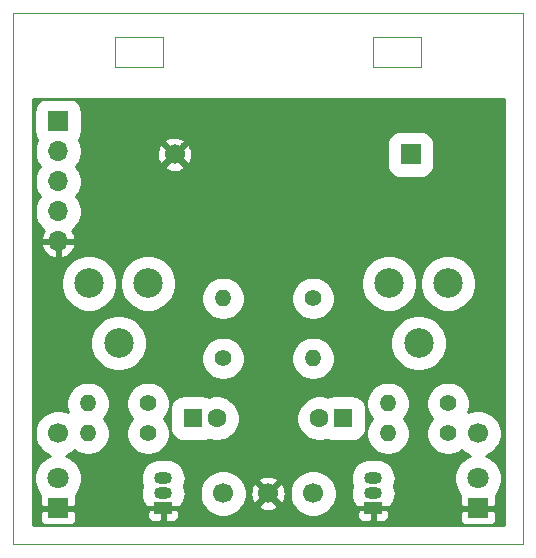
<source format=gbr>
G04 #@! TF.GenerationSoftware,KiCad,Pcbnew,(5.1.9)-1*
G04 #@! TF.CreationDate,2021-08-19T15:30:01-05:00*
G04 #@! TF.ProjectId,astable_dev,61737461-626c-4655-9f64-65762e6b6963,1*
G04 #@! TF.SameCoordinates,Original*
G04 #@! TF.FileFunction,Copper,L2,Bot*
G04 #@! TF.FilePolarity,Positive*
%FSLAX46Y46*%
G04 Gerber Fmt 4.6, Leading zero omitted, Abs format (unit mm)*
G04 Created by KiCad (PCBNEW (5.1.9)-1) date 2021-08-19 15:30:01*
%MOMM*%
%LPD*%
G01*
G04 APERTURE LIST*
G04 #@! TA.AperFunction,Profile*
%ADD10C,0.050000*%
G04 #@! TD*
G04 #@! TA.AperFunction,ComponentPad*
%ADD11R,1.700000X1.700000*%
G04 #@! TD*
G04 #@! TA.AperFunction,ComponentPad*
%ADD12C,1.700000*%
G04 #@! TD*
G04 #@! TA.AperFunction,ComponentPad*
%ADD13R,1.600000X1.600000*%
G04 #@! TD*
G04 #@! TA.AperFunction,ComponentPad*
%ADD14C,1.600000*%
G04 #@! TD*
G04 #@! TA.AperFunction,ComponentPad*
%ADD15C,1.800000*%
G04 #@! TD*
G04 #@! TA.AperFunction,ComponentPad*
%ADD16R,1.800000X1.800000*%
G04 #@! TD*
G04 #@! TA.AperFunction,ComponentPad*
%ADD17O,1.500000X1.050000*%
G04 #@! TD*
G04 #@! TA.AperFunction,ComponentPad*
%ADD18R,1.500000X1.050000*%
G04 #@! TD*
G04 #@! TA.AperFunction,ComponentPad*
%ADD19O,1.400000X1.400000*%
G04 #@! TD*
G04 #@! TA.AperFunction,ComponentPad*
%ADD20C,1.400000*%
G04 #@! TD*
G04 #@! TA.AperFunction,ComponentPad*
%ADD21C,2.500000*%
G04 #@! TD*
G04 #@! TA.AperFunction,ComponentPad*
%ADD22O,1.700000X1.700000*%
G04 #@! TD*
G04 #@! TA.AperFunction,Conductor*
%ADD23C,0.250000*%
G04 #@! TD*
G04 #@! TA.AperFunction,Conductor*
%ADD24C,0.400000*%
G04 #@! TD*
G04 #@! TA.AperFunction,Conductor*
%ADD25C,0.254000*%
G04 #@! TD*
G04 #@! TA.AperFunction,Conductor*
%ADD26C,0.100000*%
G04 #@! TD*
G04 APERTURE END LIST*
D10*
X120396000Y-75692000D02*
X124460000Y-75692000D01*
X120396000Y-73152000D02*
X120396000Y-75692000D01*
X124460000Y-75692000D02*
X124460000Y-73152000D01*
X124460000Y-73152000D02*
X120396000Y-73152000D01*
X146304000Y-75692000D02*
X146304000Y-73152000D01*
X142240000Y-75692000D02*
X146304000Y-75692000D01*
X142240000Y-73152000D02*
X142240000Y-75692000D01*
X146304000Y-73152000D02*
X142240000Y-73152000D01*
X111760000Y-116078000D02*
X154940000Y-116078000D01*
X111760000Y-71120000D02*
X111760000Y-116078000D01*
X154940000Y-71120000D02*
X111760000Y-71120000D01*
X154940000Y-116078000D02*
X154940000Y-71120000D01*
D11*
G04 #@! TO.P,BT1,1*
G04 #@! TO.N,Net-(BT1-Pad1)*
X145428000Y-83058000D03*
D12*
G04 #@! TO.P,BT1,2*
G04 #@! TO.N,GND*
X125428000Y-83058000D03*
G04 #@! TD*
D13*
G04 #@! TO.P,C1,1*
G04 #@! TO.N,Net-(C1-Pad1)*
X139700000Y-105410000D03*
D14*
G04 #@! TO.P,C1,2*
G04 #@! TO.N,TP4*
X137700000Y-105410000D03*
G04 #@! TD*
G04 #@! TO.P,C2,2*
G04 #@! TO.N,TP3*
X129000000Y-105410000D03*
D13*
G04 #@! TO.P,C2,1*
G04 #@! TO.N,Net-(C2-Pad1)*
X127000000Y-105410000D03*
G04 #@! TD*
D15*
G04 #@! TO.P,D1,2*
G04 #@! TO.N,TP1*
X151130000Y-110490000D03*
D16*
G04 #@! TO.P,D1,1*
G04 #@! TO.N,GND*
X151130000Y-113030000D03*
G04 #@! TD*
G04 #@! TO.P,D2,1*
G04 #@! TO.N,GND*
X115570000Y-113030000D03*
D15*
G04 #@! TO.P,D2,2*
G04 #@! TO.N,TP2*
X115570000Y-110490000D03*
G04 #@! TD*
D17*
G04 #@! TO.P,Q1,2*
G04 #@! TO.N,TP3*
X142240000Y-111760000D03*
G04 #@! TO.P,Q1,3*
G04 #@! TO.N,Net-(C1-Pad1)*
X142240000Y-110490000D03*
D18*
G04 #@! TO.P,Q1,1*
G04 #@! TO.N,GND*
X142240000Y-113030000D03*
G04 #@! TD*
G04 #@! TO.P,Q2,1*
G04 #@! TO.N,GND*
X124460000Y-113030000D03*
D17*
G04 #@! TO.P,Q2,3*
G04 #@! TO.N,Net-(C2-Pad1)*
X124460000Y-110490000D03*
G04 #@! TO.P,Q2,2*
G04 #@! TO.N,TP4*
X124460000Y-111760000D03*
G04 #@! TD*
D19*
G04 #@! TO.P,R1,2*
G04 #@! TO.N,TP4*
X137160000Y-100330000D03*
D20*
G04 #@! TO.P,R1,1*
G04 #@! TO.N,Net-(R1-Pad1)*
X137160000Y-95250000D03*
G04 #@! TD*
G04 #@! TO.P,R2,1*
G04 #@! TO.N,TP3*
X129540000Y-100330000D03*
D19*
G04 #@! TO.P,R2,2*
G04 #@! TO.N,Net-(R2-Pad2)*
X129540000Y-95250000D03*
G04 #@! TD*
D20*
G04 #@! TO.P,R3,1*
G04 #@! TO.N,Net-(BT1-Pad1)*
X148590000Y-104140000D03*
D19*
G04 #@! TO.P,R3,2*
G04 #@! TO.N,Net-(C1-Pad1)*
X143510000Y-104140000D03*
G04 #@! TD*
G04 #@! TO.P,R4,2*
G04 #@! TO.N,Net-(BT1-Pad1)*
X118110000Y-104140000D03*
D20*
G04 #@! TO.P,R4,1*
G04 #@! TO.N,Net-(C2-Pad1)*
X123190000Y-104140000D03*
G04 #@! TD*
G04 #@! TO.P,R5,1*
G04 #@! TO.N,TP1*
X148590000Y-106680000D03*
D19*
G04 #@! TO.P,R5,2*
G04 #@! TO.N,Net-(C1-Pad1)*
X143510000Y-106680000D03*
G04 #@! TD*
G04 #@! TO.P,R6,2*
G04 #@! TO.N,TP2*
X118110000Y-106680000D03*
D20*
G04 #@! TO.P,R6,1*
G04 #@! TO.N,Net-(C2-Pad1)*
X123190000Y-106680000D03*
G04 #@! TD*
D21*
G04 #@! TO.P,RV1,1*
G04 #@! TO.N,Net-(RV1-Pad1)*
X148590000Y-93980000D03*
G04 #@! TO.P,RV1,3*
G04 #@! TO.N,Net-(BT1-Pad1)*
X143590000Y-93980000D03*
G04 #@! TO.P,RV1,2*
G04 #@! TO.N,Net-(R1-Pad1)*
X146090000Y-99020000D03*
G04 #@! TD*
G04 #@! TO.P,RV2,2*
G04 #@! TO.N,Net-(R2-Pad2)*
X120690000Y-99020000D03*
G04 #@! TO.P,RV2,3*
G04 #@! TO.N,Net-(BT1-Pad1)*
X118190000Y-93980000D03*
G04 #@! TO.P,RV2,1*
G04 #@! TO.N,Net-(RV2-Pad1)*
X123190000Y-93980000D03*
G04 #@! TD*
D12*
G04 #@! TO.P,TP1,1*
G04 #@! TO.N,TP1*
X151130000Y-106680000D03*
G04 #@! TD*
G04 #@! TO.P,TP2,1*
G04 #@! TO.N,TP2*
X115570000Y-106680000D03*
G04 #@! TD*
G04 #@! TO.P,TP3,1*
G04 #@! TO.N,TP3*
X137160000Y-111760000D03*
G04 #@! TD*
G04 #@! TO.P,TP4,1*
G04 #@! TO.N,TP4*
X129540000Y-111760000D03*
G04 #@! TD*
G04 #@! TO.P,GND,1*
G04 #@! TO.N,GND*
X133350000Y-111760000D03*
G04 #@! TD*
D22*
G04 #@! TO.P,TPJ1,5*
G04 #@! TO.N,GND*
X115570000Y-90424000D03*
G04 #@! TO.P,TPJ1,4*
G04 #@! TO.N,TP4*
X115570000Y-87884000D03*
G04 #@! TO.P,TPJ1,3*
G04 #@! TO.N,TP3*
X115570000Y-85344000D03*
G04 #@! TO.P,TPJ1,2*
G04 #@! TO.N,TP2*
X115570000Y-82804000D03*
D11*
G04 #@! TO.P,TPJ1,1*
G04 #@! TO.N,TP1*
X115570000Y-80264000D03*
G04 #@! TD*
D23*
G04 #@! TO.N,GND*
X113538000Y-114427000D02*
X117856000Y-114427000D01*
X153035000Y-114427000D02*
X149225000Y-114427000D01*
X113919000Y-78359000D02*
X117221000Y-78359000D01*
D24*
X124460000Y-113030000D02*
X122682000Y-113030000D01*
X124460000Y-113030000D02*
X125984000Y-113030000D01*
X142240000Y-113030000D02*
X140462000Y-113030000D01*
X142240000Y-113030000D02*
X144018000Y-113030000D01*
G04 #@! TD*
D25*
G04 #@! TO.N,GND*
X114081911Y-78459032D02*
X113907867Y-78601867D01*
X113765032Y-78775911D01*
X113658897Y-78974477D01*
X113593539Y-79189933D01*
X113571470Y-79414000D01*
X113571470Y-81114000D01*
X113593539Y-81338067D01*
X113658897Y-81553523D01*
X113765032Y-81752089D01*
X113826147Y-81826557D01*
X113803827Y-81859961D01*
X113653590Y-82222663D01*
X113577000Y-82607707D01*
X113577000Y-83000293D01*
X113653590Y-83385337D01*
X113803827Y-83748039D01*
X114021627Y-84074000D01*
X113803827Y-84399961D01*
X113653590Y-84762663D01*
X113577000Y-85147707D01*
X113577000Y-85540293D01*
X113653590Y-85925337D01*
X113803827Y-86288039D01*
X114021627Y-86614000D01*
X113803827Y-86939961D01*
X113653590Y-87302663D01*
X113577000Y-87687707D01*
X113577000Y-88080293D01*
X113653590Y-88465337D01*
X113803827Y-88828039D01*
X114021936Y-89154463D01*
X114299537Y-89432064D01*
X114410763Y-89506383D01*
X114298359Y-89657080D01*
X114173175Y-89919901D01*
X114128524Y-90067110D01*
X114249845Y-90297000D01*
X115443000Y-90297000D01*
X115443000Y-90277000D01*
X115697000Y-90277000D01*
X115697000Y-90297000D01*
X116890155Y-90297000D01*
X117011476Y-90067110D01*
X116966825Y-89919901D01*
X116841641Y-89657080D01*
X116729237Y-89506383D01*
X116840463Y-89432064D01*
X117118064Y-89154463D01*
X117336173Y-88828039D01*
X117486410Y-88465337D01*
X117563000Y-88080293D01*
X117563000Y-87687707D01*
X117486410Y-87302663D01*
X117336173Y-86939961D01*
X117118373Y-86614000D01*
X117336173Y-86288039D01*
X117486410Y-85925337D01*
X117563000Y-85540293D01*
X117563000Y-85147707D01*
X117486410Y-84762663D01*
X117336173Y-84399961D01*
X117126657Y-84086397D01*
X124579208Y-84086397D01*
X124656843Y-84335472D01*
X124920883Y-84461371D01*
X125204411Y-84533339D01*
X125496531Y-84548611D01*
X125786019Y-84506599D01*
X126061747Y-84408919D01*
X126199157Y-84335472D01*
X126276792Y-84086397D01*
X125428000Y-83237605D01*
X124579208Y-84086397D01*
X117126657Y-84086397D01*
X117118373Y-84074000D01*
X117336173Y-83748039D01*
X117486410Y-83385337D01*
X117537889Y-83126531D01*
X123937389Y-83126531D01*
X123979401Y-83416019D01*
X124077081Y-83691747D01*
X124150528Y-83829157D01*
X124399603Y-83906792D01*
X125248395Y-83058000D01*
X125607605Y-83058000D01*
X126456397Y-83906792D01*
X126705472Y-83829157D01*
X126831371Y-83565117D01*
X126903339Y-83281589D01*
X126918611Y-82989469D01*
X126876599Y-82699981D01*
X126778919Y-82424253D01*
X126705472Y-82286843D01*
X126456397Y-82209208D01*
X125607605Y-83058000D01*
X125248395Y-83058000D01*
X124399603Y-82209208D01*
X124150528Y-82286843D01*
X124024629Y-82550883D01*
X123952661Y-82834411D01*
X123937389Y-83126531D01*
X117537889Y-83126531D01*
X117563000Y-83000293D01*
X117563000Y-82607707D01*
X117486410Y-82222663D01*
X117406442Y-82029603D01*
X124579208Y-82029603D01*
X125428000Y-82878395D01*
X126098395Y-82208000D01*
X143429470Y-82208000D01*
X143429470Y-83908000D01*
X143451539Y-84132067D01*
X143516897Y-84347523D01*
X143623032Y-84546089D01*
X143765867Y-84720133D01*
X143939911Y-84862968D01*
X144138477Y-84969103D01*
X144353933Y-85034461D01*
X144578000Y-85056530D01*
X146278000Y-85056530D01*
X146502067Y-85034461D01*
X146717523Y-84969103D01*
X146916089Y-84862968D01*
X147090133Y-84720133D01*
X147232968Y-84546089D01*
X147339103Y-84347523D01*
X147404461Y-84132067D01*
X147426530Y-83908000D01*
X147426530Y-82208000D01*
X147404461Y-81983933D01*
X147339103Y-81768477D01*
X147232968Y-81569911D01*
X147090133Y-81395867D01*
X146916089Y-81253032D01*
X146717523Y-81146897D01*
X146502067Y-81081539D01*
X146278000Y-81059470D01*
X144578000Y-81059470D01*
X144353933Y-81081539D01*
X144138477Y-81146897D01*
X143939911Y-81253032D01*
X143765867Y-81395867D01*
X143623032Y-81569911D01*
X143516897Y-81768477D01*
X143451539Y-81983933D01*
X143429470Y-82208000D01*
X126098395Y-82208000D01*
X126276792Y-82029603D01*
X126199157Y-81780528D01*
X125935117Y-81654629D01*
X125651589Y-81582661D01*
X125359469Y-81567389D01*
X125069981Y-81609401D01*
X124794253Y-81707081D01*
X124656843Y-81780528D01*
X124579208Y-82029603D01*
X117406442Y-82029603D01*
X117336173Y-81859961D01*
X117313853Y-81826557D01*
X117374968Y-81752089D01*
X117481103Y-81553523D01*
X117546461Y-81338067D01*
X117568530Y-81114000D01*
X117568530Y-79414000D01*
X117546461Y-79189933D01*
X117481103Y-78974477D01*
X117374968Y-78775911D01*
X117232133Y-78601867D01*
X117058089Y-78459032D01*
X116870941Y-78359000D01*
X153289000Y-78359000D01*
X153289000Y-114427000D01*
X152425359Y-114427000D01*
X152481185Y-114381185D01*
X152560537Y-114284494D01*
X152619502Y-114174180D01*
X152655812Y-114054482D01*
X152668072Y-113930000D01*
X152665000Y-113315750D01*
X152506250Y-113157000D01*
X151257000Y-113157000D01*
X151257000Y-113177000D01*
X151003000Y-113177000D01*
X151003000Y-113157000D01*
X149753750Y-113157000D01*
X149595000Y-113315750D01*
X149591928Y-113930000D01*
X149604188Y-114054482D01*
X149640498Y-114174180D01*
X149699463Y-114284494D01*
X149778815Y-114381185D01*
X149834641Y-114427000D01*
X116865359Y-114427000D01*
X116921185Y-114381185D01*
X117000537Y-114284494D01*
X117059502Y-114174180D01*
X117095812Y-114054482D01*
X117108072Y-113930000D01*
X117105000Y-113315750D01*
X116946250Y-113157000D01*
X115697000Y-113157000D01*
X115697000Y-113177000D01*
X115443000Y-113177000D01*
X115443000Y-113157000D01*
X114193750Y-113157000D01*
X114035000Y-113315750D01*
X114031928Y-113930000D01*
X114044188Y-114054482D01*
X114080498Y-114174180D01*
X114139463Y-114284494D01*
X114218815Y-114381185D01*
X114274641Y-114427000D01*
X113411000Y-114427000D01*
X113411000Y-110288782D01*
X113527000Y-110288782D01*
X113527000Y-110691218D01*
X113605512Y-111085921D01*
X113759517Y-111457723D01*
X113983098Y-111792336D01*
X114079587Y-111888825D01*
X114044188Y-112005518D01*
X114031928Y-112130000D01*
X114035000Y-112744250D01*
X114193750Y-112903000D01*
X115443000Y-112903000D01*
X115443000Y-112883000D01*
X115697000Y-112883000D01*
X115697000Y-112903000D01*
X116946250Y-112903000D01*
X117105000Y-112744250D01*
X117108072Y-112130000D01*
X117095812Y-112005518D01*
X117060413Y-111888825D01*
X117156902Y-111792336D01*
X117380483Y-111457723D01*
X117534488Y-111085921D01*
X117613000Y-110691218D01*
X117613000Y-110490000D01*
X122558930Y-110490000D01*
X122591135Y-110816985D01*
X122684570Y-111125000D01*
X122591135Y-111433015D01*
X122558930Y-111760000D01*
X122591135Y-112086985D01*
X122686513Y-112401404D01*
X122841399Y-112691175D01*
X123049840Y-112945160D01*
X123303825Y-113153601D01*
X123310184Y-113157000D01*
X123233750Y-113157000D01*
X123075000Y-113315750D01*
X123071928Y-113555000D01*
X123084188Y-113679482D01*
X123120498Y-113799180D01*
X123179463Y-113909494D01*
X123258815Y-114006185D01*
X123355506Y-114085537D01*
X123465820Y-114144502D01*
X123585518Y-114180812D01*
X123710000Y-114193072D01*
X124174250Y-114190000D01*
X124333000Y-114031250D01*
X124333000Y-113428000D01*
X124587000Y-113428000D01*
X124587000Y-114031250D01*
X124745750Y-114190000D01*
X125210000Y-114193072D01*
X125334482Y-114180812D01*
X125454180Y-114144502D01*
X125564494Y-114085537D01*
X125661185Y-114006185D01*
X125740537Y-113909494D01*
X125799502Y-113799180D01*
X125835812Y-113679482D01*
X125848072Y-113555000D01*
X125845000Y-113315750D01*
X125686250Y-113157000D01*
X125609816Y-113157000D01*
X125616175Y-113153601D01*
X125870160Y-112945160D01*
X126078601Y-112691175D01*
X126233487Y-112401404D01*
X126328865Y-112086985D01*
X126361070Y-111760000D01*
X126341737Y-111563707D01*
X127547000Y-111563707D01*
X127547000Y-111956293D01*
X127623590Y-112341337D01*
X127773827Y-112704039D01*
X127991936Y-113030463D01*
X128269537Y-113308064D01*
X128595961Y-113526173D01*
X128958663Y-113676410D01*
X129343707Y-113753000D01*
X129736293Y-113753000D01*
X130121337Y-113676410D01*
X130484039Y-113526173D01*
X130810463Y-113308064D01*
X131088064Y-113030463D01*
X131249806Y-112788397D01*
X132501208Y-112788397D01*
X132578843Y-113037472D01*
X132842883Y-113163371D01*
X133126411Y-113235339D01*
X133418531Y-113250611D01*
X133708019Y-113208599D01*
X133983747Y-113110919D01*
X134121157Y-113037472D01*
X134198792Y-112788397D01*
X133350000Y-111939605D01*
X132501208Y-112788397D01*
X131249806Y-112788397D01*
X131306173Y-112704039D01*
X131456410Y-112341337D01*
X131533000Y-111956293D01*
X131533000Y-111828531D01*
X131859389Y-111828531D01*
X131901401Y-112118019D01*
X131999081Y-112393747D01*
X132072528Y-112531157D01*
X132321603Y-112608792D01*
X133170395Y-111760000D01*
X133529605Y-111760000D01*
X134378397Y-112608792D01*
X134627472Y-112531157D01*
X134753371Y-112267117D01*
X134825339Y-111983589D01*
X134840611Y-111691469D01*
X134822070Y-111563707D01*
X135167000Y-111563707D01*
X135167000Y-111956293D01*
X135243590Y-112341337D01*
X135393827Y-112704039D01*
X135611936Y-113030463D01*
X135889537Y-113308064D01*
X136215961Y-113526173D01*
X136578663Y-113676410D01*
X136963707Y-113753000D01*
X137356293Y-113753000D01*
X137741337Y-113676410D01*
X138104039Y-113526173D01*
X138430463Y-113308064D01*
X138708064Y-113030463D01*
X138926173Y-112704039D01*
X139076410Y-112341337D01*
X139153000Y-111956293D01*
X139153000Y-111563707D01*
X139076410Y-111178663D01*
X138926173Y-110815961D01*
X138708374Y-110490000D01*
X140338930Y-110490000D01*
X140371135Y-110816985D01*
X140464570Y-111125000D01*
X140371135Y-111433015D01*
X140338930Y-111760000D01*
X140371135Y-112086985D01*
X140466513Y-112401404D01*
X140621399Y-112691175D01*
X140829840Y-112945160D01*
X141083825Y-113153601D01*
X141090184Y-113157000D01*
X141013750Y-113157000D01*
X140855000Y-113315750D01*
X140851928Y-113555000D01*
X140864188Y-113679482D01*
X140900498Y-113799180D01*
X140959463Y-113909494D01*
X141038815Y-114006185D01*
X141135506Y-114085537D01*
X141245820Y-114144502D01*
X141365518Y-114180812D01*
X141490000Y-114193072D01*
X141954250Y-114190000D01*
X142113000Y-114031250D01*
X142113000Y-113428000D01*
X142367000Y-113428000D01*
X142367000Y-114031250D01*
X142525750Y-114190000D01*
X142990000Y-114193072D01*
X143114482Y-114180812D01*
X143234180Y-114144502D01*
X143344494Y-114085537D01*
X143441185Y-114006185D01*
X143520537Y-113909494D01*
X143579502Y-113799180D01*
X143615812Y-113679482D01*
X143628072Y-113555000D01*
X143625000Y-113315750D01*
X143466250Y-113157000D01*
X143389816Y-113157000D01*
X143396175Y-113153601D01*
X143650160Y-112945160D01*
X143858601Y-112691175D01*
X144013487Y-112401404D01*
X144108865Y-112086985D01*
X144141070Y-111760000D01*
X144108865Y-111433015D01*
X144015430Y-111125000D01*
X144108865Y-110816985D01*
X144141070Y-110490000D01*
X144108865Y-110163015D01*
X144013487Y-109848596D01*
X143858601Y-109558825D01*
X143650160Y-109304840D01*
X143396175Y-109096399D01*
X143106404Y-108941513D01*
X142791985Y-108846135D01*
X142546937Y-108822000D01*
X141933063Y-108822000D01*
X141688015Y-108846135D01*
X141373596Y-108941513D01*
X141083825Y-109096399D01*
X140829840Y-109304840D01*
X140621399Y-109558825D01*
X140466513Y-109848596D01*
X140371135Y-110163015D01*
X140338930Y-110490000D01*
X138708374Y-110490000D01*
X138708064Y-110489537D01*
X138430463Y-110211936D01*
X138104039Y-109993827D01*
X137741337Y-109843590D01*
X137356293Y-109767000D01*
X136963707Y-109767000D01*
X136578663Y-109843590D01*
X136215961Y-109993827D01*
X135889537Y-110211936D01*
X135611936Y-110489537D01*
X135393827Y-110815961D01*
X135243590Y-111178663D01*
X135167000Y-111563707D01*
X134822070Y-111563707D01*
X134798599Y-111401981D01*
X134700919Y-111126253D01*
X134627472Y-110988843D01*
X134378397Y-110911208D01*
X133529605Y-111760000D01*
X133170395Y-111760000D01*
X132321603Y-110911208D01*
X132072528Y-110988843D01*
X131946629Y-111252883D01*
X131874661Y-111536411D01*
X131859389Y-111828531D01*
X131533000Y-111828531D01*
X131533000Y-111563707D01*
X131456410Y-111178663D01*
X131306173Y-110815961D01*
X131249807Y-110731603D01*
X132501208Y-110731603D01*
X133350000Y-111580395D01*
X134198792Y-110731603D01*
X134121157Y-110482528D01*
X133857117Y-110356629D01*
X133573589Y-110284661D01*
X133281469Y-110269389D01*
X132991981Y-110311401D01*
X132716253Y-110409081D01*
X132578843Y-110482528D01*
X132501208Y-110731603D01*
X131249807Y-110731603D01*
X131088064Y-110489537D01*
X130810463Y-110211936D01*
X130484039Y-109993827D01*
X130121337Y-109843590D01*
X129736293Y-109767000D01*
X129343707Y-109767000D01*
X128958663Y-109843590D01*
X128595961Y-109993827D01*
X128269537Y-110211936D01*
X127991936Y-110489537D01*
X127773827Y-110815961D01*
X127623590Y-111178663D01*
X127547000Y-111563707D01*
X126341737Y-111563707D01*
X126328865Y-111433015D01*
X126235430Y-111125000D01*
X126328865Y-110816985D01*
X126361070Y-110490000D01*
X126328865Y-110163015D01*
X126233487Y-109848596D01*
X126078601Y-109558825D01*
X125870160Y-109304840D01*
X125616175Y-109096399D01*
X125326404Y-108941513D01*
X125011985Y-108846135D01*
X124766937Y-108822000D01*
X124153063Y-108822000D01*
X123908015Y-108846135D01*
X123593596Y-108941513D01*
X123303825Y-109096399D01*
X123049840Y-109304840D01*
X122841399Y-109558825D01*
X122686513Y-109848596D01*
X122591135Y-110163015D01*
X122558930Y-110490000D01*
X117613000Y-110490000D01*
X117613000Y-110288782D01*
X117534488Y-109894079D01*
X117380483Y-109522277D01*
X117156902Y-109187664D01*
X116872336Y-108903098D01*
X116537723Y-108679517D01*
X116244210Y-108557940D01*
X116514039Y-108446173D01*
X116840463Y-108228064D01*
X116948236Y-108120291D01*
X117237012Y-108313245D01*
X117572417Y-108452174D01*
X117928480Y-108523000D01*
X118291520Y-108523000D01*
X118647583Y-108452174D01*
X118982988Y-108313245D01*
X119284844Y-108111551D01*
X119541551Y-107854844D01*
X119743245Y-107552988D01*
X119882174Y-107217583D01*
X119953000Y-106861520D01*
X119953000Y-106498480D01*
X119882174Y-106142417D01*
X119743245Y-105807012D01*
X119541551Y-105505156D01*
X119446395Y-105410000D01*
X119541551Y-105314844D01*
X119743245Y-105012988D01*
X119882174Y-104677583D01*
X119953000Y-104321520D01*
X119953000Y-103958480D01*
X121347000Y-103958480D01*
X121347000Y-104321520D01*
X121417826Y-104677583D01*
X121556755Y-105012988D01*
X121758449Y-105314844D01*
X121853605Y-105410000D01*
X121758449Y-105505156D01*
X121556755Y-105807012D01*
X121417826Y-106142417D01*
X121347000Y-106498480D01*
X121347000Y-106861520D01*
X121417826Y-107217583D01*
X121556755Y-107552988D01*
X121758449Y-107854844D01*
X122015156Y-108111551D01*
X122317012Y-108313245D01*
X122652417Y-108452174D01*
X123008480Y-108523000D01*
X123371520Y-108523000D01*
X123727583Y-108452174D01*
X124062988Y-108313245D01*
X124364844Y-108111551D01*
X124621551Y-107854844D01*
X124823245Y-107552988D01*
X124962174Y-107217583D01*
X125033000Y-106861520D01*
X125033000Y-106498480D01*
X124962174Y-106142417D01*
X124823245Y-105807012D01*
X124621551Y-105505156D01*
X124526395Y-105410000D01*
X124621551Y-105314844D01*
X124823245Y-105012988D01*
X124962174Y-104677583D01*
X124975617Y-104610000D01*
X125051470Y-104610000D01*
X125051470Y-106210000D01*
X125073539Y-106434067D01*
X125138897Y-106649523D01*
X125245032Y-106848089D01*
X125387867Y-107022133D01*
X125561911Y-107164968D01*
X125760477Y-107271103D01*
X125975933Y-107336461D01*
X126200000Y-107358530D01*
X127800000Y-107358530D01*
X128024067Y-107336461D01*
X128239523Y-107271103D01*
X128316485Y-107229966D01*
X128433248Y-107278331D01*
X128808631Y-107353000D01*
X129191369Y-107353000D01*
X129566752Y-107278331D01*
X129920355Y-107131864D01*
X130238590Y-106919226D01*
X130509226Y-106648590D01*
X130721864Y-106330355D01*
X130868331Y-105976752D01*
X130943000Y-105601369D01*
X130943000Y-105218631D01*
X135757000Y-105218631D01*
X135757000Y-105601369D01*
X135831669Y-105976752D01*
X135978136Y-106330355D01*
X136190774Y-106648590D01*
X136461410Y-106919226D01*
X136779645Y-107131864D01*
X137133248Y-107278331D01*
X137508631Y-107353000D01*
X137891369Y-107353000D01*
X138266752Y-107278331D01*
X138383515Y-107229966D01*
X138460477Y-107271103D01*
X138675933Y-107336461D01*
X138900000Y-107358530D01*
X140500000Y-107358530D01*
X140724067Y-107336461D01*
X140939523Y-107271103D01*
X141138089Y-107164968D01*
X141312133Y-107022133D01*
X141454968Y-106848089D01*
X141561103Y-106649523D01*
X141626461Y-106434067D01*
X141648530Y-106210000D01*
X141648530Y-104610000D01*
X141626461Y-104385933D01*
X141561103Y-104170477D01*
X141454968Y-103971911D01*
X141443946Y-103958480D01*
X141667000Y-103958480D01*
X141667000Y-104321520D01*
X141737826Y-104677583D01*
X141876755Y-105012988D01*
X142078449Y-105314844D01*
X142173605Y-105410000D01*
X142078449Y-105505156D01*
X141876755Y-105807012D01*
X141737826Y-106142417D01*
X141667000Y-106498480D01*
X141667000Y-106861520D01*
X141737826Y-107217583D01*
X141876755Y-107552988D01*
X142078449Y-107854844D01*
X142335156Y-108111551D01*
X142637012Y-108313245D01*
X142972417Y-108452174D01*
X143328480Y-108523000D01*
X143691520Y-108523000D01*
X144047583Y-108452174D01*
X144382988Y-108313245D01*
X144684844Y-108111551D01*
X144941551Y-107854844D01*
X145143245Y-107552988D01*
X145282174Y-107217583D01*
X145353000Y-106861520D01*
X145353000Y-106498480D01*
X145282174Y-106142417D01*
X145143245Y-105807012D01*
X144941551Y-105505156D01*
X144846395Y-105410000D01*
X144941551Y-105314844D01*
X145143245Y-105012988D01*
X145282174Y-104677583D01*
X145353000Y-104321520D01*
X145353000Y-103958480D01*
X146747000Y-103958480D01*
X146747000Y-104321520D01*
X146817826Y-104677583D01*
X146956755Y-105012988D01*
X147158449Y-105314844D01*
X147253605Y-105410000D01*
X147158449Y-105505156D01*
X146956755Y-105807012D01*
X146817826Y-106142417D01*
X146747000Y-106498480D01*
X146747000Y-106861520D01*
X146817826Y-107217583D01*
X146956755Y-107552988D01*
X147158449Y-107854844D01*
X147415156Y-108111551D01*
X147717012Y-108313245D01*
X148052417Y-108452174D01*
X148408480Y-108523000D01*
X148771520Y-108523000D01*
X149127583Y-108452174D01*
X149462988Y-108313245D01*
X149751764Y-108120291D01*
X149859537Y-108228064D01*
X150185961Y-108446173D01*
X150455790Y-108557940D01*
X150162277Y-108679517D01*
X149827664Y-108903098D01*
X149543098Y-109187664D01*
X149319517Y-109522277D01*
X149165512Y-109894079D01*
X149087000Y-110288782D01*
X149087000Y-110691218D01*
X149165512Y-111085921D01*
X149319517Y-111457723D01*
X149543098Y-111792336D01*
X149639587Y-111888825D01*
X149604188Y-112005518D01*
X149591928Y-112130000D01*
X149595000Y-112744250D01*
X149753750Y-112903000D01*
X151003000Y-112903000D01*
X151003000Y-112883000D01*
X151257000Y-112883000D01*
X151257000Y-112903000D01*
X152506250Y-112903000D01*
X152665000Y-112744250D01*
X152668072Y-112130000D01*
X152655812Y-112005518D01*
X152620413Y-111888825D01*
X152716902Y-111792336D01*
X152940483Y-111457723D01*
X153094488Y-111085921D01*
X153173000Y-110691218D01*
X153173000Y-110288782D01*
X153094488Y-109894079D01*
X152940483Y-109522277D01*
X152716902Y-109187664D01*
X152432336Y-108903098D01*
X152097723Y-108679517D01*
X151804210Y-108557940D01*
X152074039Y-108446173D01*
X152400463Y-108228064D01*
X152678064Y-107950463D01*
X152896173Y-107624039D01*
X153046410Y-107261337D01*
X153123000Y-106876293D01*
X153123000Y-106483707D01*
X153046410Y-106098663D01*
X152896173Y-105735961D01*
X152678064Y-105409537D01*
X152400463Y-105131936D01*
X152074039Y-104913827D01*
X151711337Y-104763590D01*
X151326293Y-104687000D01*
X150933707Y-104687000D01*
X150548663Y-104763590D01*
X150280547Y-104874648D01*
X150362174Y-104677583D01*
X150433000Y-104321520D01*
X150433000Y-103958480D01*
X150362174Y-103602417D01*
X150223245Y-103267012D01*
X150021551Y-102965156D01*
X149764844Y-102708449D01*
X149462988Y-102506755D01*
X149127583Y-102367826D01*
X148771520Y-102297000D01*
X148408480Y-102297000D01*
X148052417Y-102367826D01*
X147717012Y-102506755D01*
X147415156Y-102708449D01*
X147158449Y-102965156D01*
X146956755Y-103267012D01*
X146817826Y-103602417D01*
X146747000Y-103958480D01*
X145353000Y-103958480D01*
X145282174Y-103602417D01*
X145143245Y-103267012D01*
X144941551Y-102965156D01*
X144684844Y-102708449D01*
X144382988Y-102506755D01*
X144047583Y-102367826D01*
X143691520Y-102297000D01*
X143328480Y-102297000D01*
X142972417Y-102367826D01*
X142637012Y-102506755D01*
X142335156Y-102708449D01*
X142078449Y-102965156D01*
X141876755Y-103267012D01*
X141737826Y-103602417D01*
X141667000Y-103958480D01*
X141443946Y-103958480D01*
X141312133Y-103797867D01*
X141138089Y-103655032D01*
X140939523Y-103548897D01*
X140724067Y-103483539D01*
X140500000Y-103461470D01*
X138900000Y-103461470D01*
X138675933Y-103483539D01*
X138460477Y-103548897D01*
X138383515Y-103590034D01*
X138266752Y-103541669D01*
X137891369Y-103467000D01*
X137508631Y-103467000D01*
X137133248Y-103541669D01*
X136779645Y-103688136D01*
X136461410Y-103900774D01*
X136190774Y-104171410D01*
X135978136Y-104489645D01*
X135831669Y-104843248D01*
X135757000Y-105218631D01*
X130943000Y-105218631D01*
X130868331Y-104843248D01*
X130721864Y-104489645D01*
X130509226Y-104171410D01*
X130238590Y-103900774D01*
X129920355Y-103688136D01*
X129566752Y-103541669D01*
X129191369Y-103467000D01*
X128808631Y-103467000D01*
X128433248Y-103541669D01*
X128316485Y-103590034D01*
X128239523Y-103548897D01*
X128024067Y-103483539D01*
X127800000Y-103461470D01*
X126200000Y-103461470D01*
X125975933Y-103483539D01*
X125760477Y-103548897D01*
X125561911Y-103655032D01*
X125387867Y-103797867D01*
X125245032Y-103971911D01*
X125138897Y-104170477D01*
X125073539Y-104385933D01*
X125051470Y-104610000D01*
X124975617Y-104610000D01*
X125033000Y-104321520D01*
X125033000Y-103958480D01*
X124962174Y-103602417D01*
X124823245Y-103267012D01*
X124621551Y-102965156D01*
X124364844Y-102708449D01*
X124062988Y-102506755D01*
X123727583Y-102367826D01*
X123371520Y-102297000D01*
X123008480Y-102297000D01*
X122652417Y-102367826D01*
X122317012Y-102506755D01*
X122015156Y-102708449D01*
X121758449Y-102965156D01*
X121556755Y-103267012D01*
X121417826Y-103602417D01*
X121347000Y-103958480D01*
X119953000Y-103958480D01*
X119882174Y-103602417D01*
X119743245Y-103267012D01*
X119541551Y-102965156D01*
X119284844Y-102708449D01*
X118982988Y-102506755D01*
X118647583Y-102367826D01*
X118291520Y-102297000D01*
X117928480Y-102297000D01*
X117572417Y-102367826D01*
X117237012Y-102506755D01*
X116935156Y-102708449D01*
X116678449Y-102965156D01*
X116476755Y-103267012D01*
X116337826Y-103602417D01*
X116267000Y-103958480D01*
X116267000Y-104321520D01*
X116337826Y-104677583D01*
X116419453Y-104874648D01*
X116151337Y-104763590D01*
X115766293Y-104687000D01*
X115373707Y-104687000D01*
X114988663Y-104763590D01*
X114625961Y-104913827D01*
X114299537Y-105131936D01*
X114021936Y-105409537D01*
X113803827Y-105735961D01*
X113653590Y-106098663D01*
X113577000Y-106483707D01*
X113577000Y-106876293D01*
X113653590Y-107261337D01*
X113803827Y-107624039D01*
X114021936Y-107950463D01*
X114299537Y-108228064D01*
X114625961Y-108446173D01*
X114895790Y-108557940D01*
X114602277Y-108679517D01*
X114267664Y-108903098D01*
X113983098Y-109187664D01*
X113759517Y-109522277D01*
X113605512Y-109894079D01*
X113527000Y-110288782D01*
X113411000Y-110288782D01*
X113411000Y-98784310D01*
X118297000Y-98784310D01*
X118297000Y-99255690D01*
X118388961Y-99718012D01*
X118569351Y-100153511D01*
X118831235Y-100545449D01*
X119164551Y-100878765D01*
X119556489Y-101140649D01*
X119991988Y-101321039D01*
X120454310Y-101413000D01*
X120925690Y-101413000D01*
X121388012Y-101321039D01*
X121823511Y-101140649D01*
X122215449Y-100878765D01*
X122548765Y-100545449D01*
X122810649Y-100153511D01*
X122812732Y-100148480D01*
X127697000Y-100148480D01*
X127697000Y-100511520D01*
X127767826Y-100867583D01*
X127906755Y-101202988D01*
X128108449Y-101504844D01*
X128365156Y-101761551D01*
X128667012Y-101963245D01*
X129002417Y-102102174D01*
X129358480Y-102173000D01*
X129721520Y-102173000D01*
X130077583Y-102102174D01*
X130412988Y-101963245D01*
X130714844Y-101761551D01*
X130971551Y-101504844D01*
X131173245Y-101202988D01*
X131312174Y-100867583D01*
X131383000Y-100511520D01*
X131383000Y-100148480D01*
X135317000Y-100148480D01*
X135317000Y-100511520D01*
X135387826Y-100867583D01*
X135526755Y-101202988D01*
X135728449Y-101504844D01*
X135985156Y-101761551D01*
X136287012Y-101963245D01*
X136622417Y-102102174D01*
X136978480Y-102173000D01*
X137341520Y-102173000D01*
X137697583Y-102102174D01*
X138032988Y-101963245D01*
X138334844Y-101761551D01*
X138591551Y-101504844D01*
X138793245Y-101202988D01*
X138932174Y-100867583D01*
X139003000Y-100511520D01*
X139003000Y-100148480D01*
X138932174Y-99792417D01*
X138793245Y-99457012D01*
X138591551Y-99155156D01*
X138334844Y-98898449D01*
X138164024Y-98784310D01*
X143697000Y-98784310D01*
X143697000Y-99255690D01*
X143788961Y-99718012D01*
X143969351Y-100153511D01*
X144231235Y-100545449D01*
X144564551Y-100878765D01*
X144956489Y-101140649D01*
X145391988Y-101321039D01*
X145854310Y-101413000D01*
X146325690Y-101413000D01*
X146788012Y-101321039D01*
X147223511Y-101140649D01*
X147615449Y-100878765D01*
X147948765Y-100545449D01*
X148210649Y-100153511D01*
X148391039Y-99718012D01*
X148483000Y-99255690D01*
X148483000Y-98784310D01*
X148391039Y-98321988D01*
X148210649Y-97886489D01*
X147948765Y-97494551D01*
X147615449Y-97161235D01*
X147223511Y-96899351D01*
X146788012Y-96718961D01*
X146325690Y-96627000D01*
X145854310Y-96627000D01*
X145391988Y-96718961D01*
X144956489Y-96899351D01*
X144564551Y-97161235D01*
X144231235Y-97494551D01*
X143969351Y-97886489D01*
X143788961Y-98321988D01*
X143697000Y-98784310D01*
X138164024Y-98784310D01*
X138032988Y-98696755D01*
X137697583Y-98557826D01*
X137341520Y-98487000D01*
X136978480Y-98487000D01*
X136622417Y-98557826D01*
X136287012Y-98696755D01*
X135985156Y-98898449D01*
X135728449Y-99155156D01*
X135526755Y-99457012D01*
X135387826Y-99792417D01*
X135317000Y-100148480D01*
X131383000Y-100148480D01*
X131312174Y-99792417D01*
X131173245Y-99457012D01*
X130971551Y-99155156D01*
X130714844Y-98898449D01*
X130412988Y-98696755D01*
X130077583Y-98557826D01*
X129721520Y-98487000D01*
X129358480Y-98487000D01*
X129002417Y-98557826D01*
X128667012Y-98696755D01*
X128365156Y-98898449D01*
X128108449Y-99155156D01*
X127906755Y-99457012D01*
X127767826Y-99792417D01*
X127697000Y-100148480D01*
X122812732Y-100148480D01*
X122991039Y-99718012D01*
X123083000Y-99255690D01*
X123083000Y-98784310D01*
X122991039Y-98321988D01*
X122810649Y-97886489D01*
X122548765Y-97494551D01*
X122215449Y-97161235D01*
X121823511Y-96899351D01*
X121388012Y-96718961D01*
X120925690Y-96627000D01*
X120454310Y-96627000D01*
X119991988Y-96718961D01*
X119556489Y-96899351D01*
X119164551Y-97161235D01*
X118831235Y-97494551D01*
X118569351Y-97886489D01*
X118388961Y-98321988D01*
X118297000Y-98784310D01*
X113411000Y-98784310D01*
X113411000Y-93744310D01*
X115797000Y-93744310D01*
X115797000Y-94215690D01*
X115888961Y-94678012D01*
X116069351Y-95113511D01*
X116331235Y-95505449D01*
X116664551Y-95838765D01*
X117056489Y-96100649D01*
X117491988Y-96281039D01*
X117954310Y-96373000D01*
X118425690Y-96373000D01*
X118888012Y-96281039D01*
X119323511Y-96100649D01*
X119715449Y-95838765D01*
X120048765Y-95505449D01*
X120310649Y-95113511D01*
X120491039Y-94678012D01*
X120583000Y-94215690D01*
X120583000Y-93744310D01*
X120797000Y-93744310D01*
X120797000Y-94215690D01*
X120888961Y-94678012D01*
X121069351Y-95113511D01*
X121331235Y-95505449D01*
X121664551Y-95838765D01*
X122056489Y-96100649D01*
X122491988Y-96281039D01*
X122954310Y-96373000D01*
X123425690Y-96373000D01*
X123888012Y-96281039D01*
X124323511Y-96100649D01*
X124715449Y-95838765D01*
X125048765Y-95505449D01*
X125310649Y-95113511D01*
X125329301Y-95068480D01*
X127697000Y-95068480D01*
X127697000Y-95431520D01*
X127767826Y-95787583D01*
X127906755Y-96122988D01*
X128108449Y-96424844D01*
X128365156Y-96681551D01*
X128667012Y-96883245D01*
X129002417Y-97022174D01*
X129358480Y-97093000D01*
X129721520Y-97093000D01*
X130077583Y-97022174D01*
X130412988Y-96883245D01*
X130714844Y-96681551D01*
X130971551Y-96424844D01*
X131173245Y-96122988D01*
X131312174Y-95787583D01*
X131383000Y-95431520D01*
X131383000Y-95068480D01*
X135317000Y-95068480D01*
X135317000Y-95431520D01*
X135387826Y-95787583D01*
X135526755Y-96122988D01*
X135728449Y-96424844D01*
X135985156Y-96681551D01*
X136287012Y-96883245D01*
X136622417Y-97022174D01*
X136978480Y-97093000D01*
X137341520Y-97093000D01*
X137697583Y-97022174D01*
X138032988Y-96883245D01*
X138334844Y-96681551D01*
X138591551Y-96424844D01*
X138793245Y-96122988D01*
X138932174Y-95787583D01*
X139003000Y-95431520D01*
X139003000Y-95068480D01*
X138932174Y-94712417D01*
X138793245Y-94377012D01*
X138591551Y-94075156D01*
X138334844Y-93818449D01*
X138223888Y-93744310D01*
X141197000Y-93744310D01*
X141197000Y-94215690D01*
X141288961Y-94678012D01*
X141469351Y-95113511D01*
X141731235Y-95505449D01*
X142064551Y-95838765D01*
X142456489Y-96100649D01*
X142891988Y-96281039D01*
X143354310Y-96373000D01*
X143825690Y-96373000D01*
X144288012Y-96281039D01*
X144723511Y-96100649D01*
X145115449Y-95838765D01*
X145448765Y-95505449D01*
X145710649Y-95113511D01*
X145891039Y-94678012D01*
X145983000Y-94215690D01*
X145983000Y-93744310D01*
X146197000Y-93744310D01*
X146197000Y-94215690D01*
X146288961Y-94678012D01*
X146469351Y-95113511D01*
X146731235Y-95505449D01*
X147064551Y-95838765D01*
X147456489Y-96100649D01*
X147891988Y-96281039D01*
X148354310Y-96373000D01*
X148825690Y-96373000D01*
X149288012Y-96281039D01*
X149723511Y-96100649D01*
X150115449Y-95838765D01*
X150448765Y-95505449D01*
X150710649Y-95113511D01*
X150891039Y-94678012D01*
X150983000Y-94215690D01*
X150983000Y-93744310D01*
X150891039Y-93281988D01*
X150710649Y-92846489D01*
X150448765Y-92454551D01*
X150115449Y-92121235D01*
X149723511Y-91859351D01*
X149288012Y-91678961D01*
X148825690Y-91587000D01*
X148354310Y-91587000D01*
X147891988Y-91678961D01*
X147456489Y-91859351D01*
X147064551Y-92121235D01*
X146731235Y-92454551D01*
X146469351Y-92846489D01*
X146288961Y-93281988D01*
X146197000Y-93744310D01*
X145983000Y-93744310D01*
X145891039Y-93281988D01*
X145710649Y-92846489D01*
X145448765Y-92454551D01*
X145115449Y-92121235D01*
X144723511Y-91859351D01*
X144288012Y-91678961D01*
X143825690Y-91587000D01*
X143354310Y-91587000D01*
X142891988Y-91678961D01*
X142456489Y-91859351D01*
X142064551Y-92121235D01*
X141731235Y-92454551D01*
X141469351Y-92846489D01*
X141288961Y-93281988D01*
X141197000Y-93744310D01*
X138223888Y-93744310D01*
X138032988Y-93616755D01*
X137697583Y-93477826D01*
X137341520Y-93407000D01*
X136978480Y-93407000D01*
X136622417Y-93477826D01*
X136287012Y-93616755D01*
X135985156Y-93818449D01*
X135728449Y-94075156D01*
X135526755Y-94377012D01*
X135387826Y-94712417D01*
X135317000Y-95068480D01*
X131383000Y-95068480D01*
X131312174Y-94712417D01*
X131173245Y-94377012D01*
X130971551Y-94075156D01*
X130714844Y-93818449D01*
X130412988Y-93616755D01*
X130077583Y-93477826D01*
X129721520Y-93407000D01*
X129358480Y-93407000D01*
X129002417Y-93477826D01*
X128667012Y-93616755D01*
X128365156Y-93818449D01*
X128108449Y-94075156D01*
X127906755Y-94377012D01*
X127767826Y-94712417D01*
X127697000Y-95068480D01*
X125329301Y-95068480D01*
X125491039Y-94678012D01*
X125583000Y-94215690D01*
X125583000Y-93744310D01*
X125491039Y-93281988D01*
X125310649Y-92846489D01*
X125048765Y-92454551D01*
X124715449Y-92121235D01*
X124323511Y-91859351D01*
X123888012Y-91678961D01*
X123425690Y-91587000D01*
X122954310Y-91587000D01*
X122491988Y-91678961D01*
X122056489Y-91859351D01*
X121664551Y-92121235D01*
X121331235Y-92454551D01*
X121069351Y-92846489D01*
X120888961Y-93281988D01*
X120797000Y-93744310D01*
X120583000Y-93744310D01*
X120491039Y-93281988D01*
X120310649Y-92846489D01*
X120048765Y-92454551D01*
X119715449Y-92121235D01*
X119323511Y-91859351D01*
X118888012Y-91678961D01*
X118425690Y-91587000D01*
X117954310Y-91587000D01*
X117491988Y-91678961D01*
X117056489Y-91859351D01*
X116664551Y-92121235D01*
X116331235Y-92454551D01*
X116069351Y-92846489D01*
X115888961Y-93281988D01*
X115797000Y-93744310D01*
X113411000Y-93744310D01*
X113411000Y-90780890D01*
X114128524Y-90780890D01*
X114173175Y-90928099D01*
X114298359Y-91190920D01*
X114472412Y-91424269D01*
X114688645Y-91619178D01*
X114938748Y-91768157D01*
X115213109Y-91865481D01*
X115443000Y-91744814D01*
X115443000Y-90551000D01*
X115697000Y-90551000D01*
X115697000Y-91744814D01*
X115926891Y-91865481D01*
X116201252Y-91768157D01*
X116451355Y-91619178D01*
X116667588Y-91424269D01*
X116841641Y-91190920D01*
X116966825Y-90928099D01*
X117011476Y-90780890D01*
X116890155Y-90551000D01*
X115697000Y-90551000D01*
X115443000Y-90551000D01*
X114249845Y-90551000D01*
X114128524Y-90780890D01*
X113411000Y-90780890D01*
X113411000Y-78359000D01*
X114269059Y-78359000D01*
X114081911Y-78459032D01*
G04 #@! TA.AperFunction,Conductor*
D26*
G36*
X114081911Y-78459032D02*
G01*
X113907867Y-78601867D01*
X113765032Y-78775911D01*
X113658897Y-78974477D01*
X113593539Y-79189933D01*
X113571470Y-79414000D01*
X113571470Y-81114000D01*
X113593539Y-81338067D01*
X113658897Y-81553523D01*
X113765032Y-81752089D01*
X113826147Y-81826557D01*
X113803827Y-81859961D01*
X113653590Y-82222663D01*
X113577000Y-82607707D01*
X113577000Y-83000293D01*
X113653590Y-83385337D01*
X113803827Y-83748039D01*
X114021627Y-84074000D01*
X113803827Y-84399961D01*
X113653590Y-84762663D01*
X113577000Y-85147707D01*
X113577000Y-85540293D01*
X113653590Y-85925337D01*
X113803827Y-86288039D01*
X114021627Y-86614000D01*
X113803827Y-86939961D01*
X113653590Y-87302663D01*
X113577000Y-87687707D01*
X113577000Y-88080293D01*
X113653590Y-88465337D01*
X113803827Y-88828039D01*
X114021936Y-89154463D01*
X114299537Y-89432064D01*
X114410763Y-89506383D01*
X114298359Y-89657080D01*
X114173175Y-89919901D01*
X114128524Y-90067110D01*
X114249845Y-90297000D01*
X115443000Y-90297000D01*
X115443000Y-90277000D01*
X115697000Y-90277000D01*
X115697000Y-90297000D01*
X116890155Y-90297000D01*
X117011476Y-90067110D01*
X116966825Y-89919901D01*
X116841641Y-89657080D01*
X116729237Y-89506383D01*
X116840463Y-89432064D01*
X117118064Y-89154463D01*
X117336173Y-88828039D01*
X117486410Y-88465337D01*
X117563000Y-88080293D01*
X117563000Y-87687707D01*
X117486410Y-87302663D01*
X117336173Y-86939961D01*
X117118373Y-86614000D01*
X117336173Y-86288039D01*
X117486410Y-85925337D01*
X117563000Y-85540293D01*
X117563000Y-85147707D01*
X117486410Y-84762663D01*
X117336173Y-84399961D01*
X117126657Y-84086397D01*
X124579208Y-84086397D01*
X124656843Y-84335472D01*
X124920883Y-84461371D01*
X125204411Y-84533339D01*
X125496531Y-84548611D01*
X125786019Y-84506599D01*
X126061747Y-84408919D01*
X126199157Y-84335472D01*
X126276792Y-84086397D01*
X125428000Y-83237605D01*
X124579208Y-84086397D01*
X117126657Y-84086397D01*
X117118373Y-84074000D01*
X117336173Y-83748039D01*
X117486410Y-83385337D01*
X117537889Y-83126531D01*
X123937389Y-83126531D01*
X123979401Y-83416019D01*
X124077081Y-83691747D01*
X124150528Y-83829157D01*
X124399603Y-83906792D01*
X125248395Y-83058000D01*
X125607605Y-83058000D01*
X126456397Y-83906792D01*
X126705472Y-83829157D01*
X126831371Y-83565117D01*
X126903339Y-83281589D01*
X126918611Y-82989469D01*
X126876599Y-82699981D01*
X126778919Y-82424253D01*
X126705472Y-82286843D01*
X126456397Y-82209208D01*
X125607605Y-83058000D01*
X125248395Y-83058000D01*
X124399603Y-82209208D01*
X124150528Y-82286843D01*
X124024629Y-82550883D01*
X123952661Y-82834411D01*
X123937389Y-83126531D01*
X117537889Y-83126531D01*
X117563000Y-83000293D01*
X117563000Y-82607707D01*
X117486410Y-82222663D01*
X117406442Y-82029603D01*
X124579208Y-82029603D01*
X125428000Y-82878395D01*
X126098395Y-82208000D01*
X143429470Y-82208000D01*
X143429470Y-83908000D01*
X143451539Y-84132067D01*
X143516897Y-84347523D01*
X143623032Y-84546089D01*
X143765867Y-84720133D01*
X143939911Y-84862968D01*
X144138477Y-84969103D01*
X144353933Y-85034461D01*
X144578000Y-85056530D01*
X146278000Y-85056530D01*
X146502067Y-85034461D01*
X146717523Y-84969103D01*
X146916089Y-84862968D01*
X147090133Y-84720133D01*
X147232968Y-84546089D01*
X147339103Y-84347523D01*
X147404461Y-84132067D01*
X147426530Y-83908000D01*
X147426530Y-82208000D01*
X147404461Y-81983933D01*
X147339103Y-81768477D01*
X147232968Y-81569911D01*
X147090133Y-81395867D01*
X146916089Y-81253032D01*
X146717523Y-81146897D01*
X146502067Y-81081539D01*
X146278000Y-81059470D01*
X144578000Y-81059470D01*
X144353933Y-81081539D01*
X144138477Y-81146897D01*
X143939911Y-81253032D01*
X143765867Y-81395867D01*
X143623032Y-81569911D01*
X143516897Y-81768477D01*
X143451539Y-81983933D01*
X143429470Y-82208000D01*
X126098395Y-82208000D01*
X126276792Y-82029603D01*
X126199157Y-81780528D01*
X125935117Y-81654629D01*
X125651589Y-81582661D01*
X125359469Y-81567389D01*
X125069981Y-81609401D01*
X124794253Y-81707081D01*
X124656843Y-81780528D01*
X124579208Y-82029603D01*
X117406442Y-82029603D01*
X117336173Y-81859961D01*
X117313853Y-81826557D01*
X117374968Y-81752089D01*
X117481103Y-81553523D01*
X117546461Y-81338067D01*
X117568530Y-81114000D01*
X117568530Y-79414000D01*
X117546461Y-79189933D01*
X117481103Y-78974477D01*
X117374968Y-78775911D01*
X117232133Y-78601867D01*
X117058089Y-78459032D01*
X116870941Y-78359000D01*
X153289000Y-78359000D01*
X153289000Y-114427000D01*
X152425359Y-114427000D01*
X152481185Y-114381185D01*
X152560537Y-114284494D01*
X152619502Y-114174180D01*
X152655812Y-114054482D01*
X152668072Y-113930000D01*
X152665000Y-113315750D01*
X152506250Y-113157000D01*
X151257000Y-113157000D01*
X151257000Y-113177000D01*
X151003000Y-113177000D01*
X151003000Y-113157000D01*
X149753750Y-113157000D01*
X149595000Y-113315750D01*
X149591928Y-113930000D01*
X149604188Y-114054482D01*
X149640498Y-114174180D01*
X149699463Y-114284494D01*
X149778815Y-114381185D01*
X149834641Y-114427000D01*
X116865359Y-114427000D01*
X116921185Y-114381185D01*
X117000537Y-114284494D01*
X117059502Y-114174180D01*
X117095812Y-114054482D01*
X117108072Y-113930000D01*
X117105000Y-113315750D01*
X116946250Y-113157000D01*
X115697000Y-113157000D01*
X115697000Y-113177000D01*
X115443000Y-113177000D01*
X115443000Y-113157000D01*
X114193750Y-113157000D01*
X114035000Y-113315750D01*
X114031928Y-113930000D01*
X114044188Y-114054482D01*
X114080498Y-114174180D01*
X114139463Y-114284494D01*
X114218815Y-114381185D01*
X114274641Y-114427000D01*
X113411000Y-114427000D01*
X113411000Y-110288782D01*
X113527000Y-110288782D01*
X113527000Y-110691218D01*
X113605512Y-111085921D01*
X113759517Y-111457723D01*
X113983098Y-111792336D01*
X114079587Y-111888825D01*
X114044188Y-112005518D01*
X114031928Y-112130000D01*
X114035000Y-112744250D01*
X114193750Y-112903000D01*
X115443000Y-112903000D01*
X115443000Y-112883000D01*
X115697000Y-112883000D01*
X115697000Y-112903000D01*
X116946250Y-112903000D01*
X117105000Y-112744250D01*
X117108072Y-112130000D01*
X117095812Y-112005518D01*
X117060413Y-111888825D01*
X117156902Y-111792336D01*
X117380483Y-111457723D01*
X117534488Y-111085921D01*
X117613000Y-110691218D01*
X117613000Y-110490000D01*
X122558930Y-110490000D01*
X122591135Y-110816985D01*
X122684570Y-111125000D01*
X122591135Y-111433015D01*
X122558930Y-111760000D01*
X122591135Y-112086985D01*
X122686513Y-112401404D01*
X122841399Y-112691175D01*
X123049840Y-112945160D01*
X123303825Y-113153601D01*
X123310184Y-113157000D01*
X123233750Y-113157000D01*
X123075000Y-113315750D01*
X123071928Y-113555000D01*
X123084188Y-113679482D01*
X123120498Y-113799180D01*
X123179463Y-113909494D01*
X123258815Y-114006185D01*
X123355506Y-114085537D01*
X123465820Y-114144502D01*
X123585518Y-114180812D01*
X123710000Y-114193072D01*
X124174250Y-114190000D01*
X124333000Y-114031250D01*
X124333000Y-113428000D01*
X124587000Y-113428000D01*
X124587000Y-114031250D01*
X124745750Y-114190000D01*
X125210000Y-114193072D01*
X125334482Y-114180812D01*
X125454180Y-114144502D01*
X125564494Y-114085537D01*
X125661185Y-114006185D01*
X125740537Y-113909494D01*
X125799502Y-113799180D01*
X125835812Y-113679482D01*
X125848072Y-113555000D01*
X125845000Y-113315750D01*
X125686250Y-113157000D01*
X125609816Y-113157000D01*
X125616175Y-113153601D01*
X125870160Y-112945160D01*
X126078601Y-112691175D01*
X126233487Y-112401404D01*
X126328865Y-112086985D01*
X126361070Y-111760000D01*
X126341737Y-111563707D01*
X127547000Y-111563707D01*
X127547000Y-111956293D01*
X127623590Y-112341337D01*
X127773827Y-112704039D01*
X127991936Y-113030463D01*
X128269537Y-113308064D01*
X128595961Y-113526173D01*
X128958663Y-113676410D01*
X129343707Y-113753000D01*
X129736293Y-113753000D01*
X130121337Y-113676410D01*
X130484039Y-113526173D01*
X130810463Y-113308064D01*
X131088064Y-113030463D01*
X131249806Y-112788397D01*
X132501208Y-112788397D01*
X132578843Y-113037472D01*
X132842883Y-113163371D01*
X133126411Y-113235339D01*
X133418531Y-113250611D01*
X133708019Y-113208599D01*
X133983747Y-113110919D01*
X134121157Y-113037472D01*
X134198792Y-112788397D01*
X133350000Y-111939605D01*
X132501208Y-112788397D01*
X131249806Y-112788397D01*
X131306173Y-112704039D01*
X131456410Y-112341337D01*
X131533000Y-111956293D01*
X131533000Y-111828531D01*
X131859389Y-111828531D01*
X131901401Y-112118019D01*
X131999081Y-112393747D01*
X132072528Y-112531157D01*
X132321603Y-112608792D01*
X133170395Y-111760000D01*
X133529605Y-111760000D01*
X134378397Y-112608792D01*
X134627472Y-112531157D01*
X134753371Y-112267117D01*
X134825339Y-111983589D01*
X134840611Y-111691469D01*
X134822070Y-111563707D01*
X135167000Y-111563707D01*
X135167000Y-111956293D01*
X135243590Y-112341337D01*
X135393827Y-112704039D01*
X135611936Y-113030463D01*
X135889537Y-113308064D01*
X136215961Y-113526173D01*
X136578663Y-113676410D01*
X136963707Y-113753000D01*
X137356293Y-113753000D01*
X137741337Y-113676410D01*
X138104039Y-113526173D01*
X138430463Y-113308064D01*
X138708064Y-113030463D01*
X138926173Y-112704039D01*
X139076410Y-112341337D01*
X139153000Y-111956293D01*
X139153000Y-111563707D01*
X139076410Y-111178663D01*
X138926173Y-110815961D01*
X138708374Y-110490000D01*
X140338930Y-110490000D01*
X140371135Y-110816985D01*
X140464570Y-111125000D01*
X140371135Y-111433015D01*
X140338930Y-111760000D01*
X140371135Y-112086985D01*
X140466513Y-112401404D01*
X140621399Y-112691175D01*
X140829840Y-112945160D01*
X141083825Y-113153601D01*
X141090184Y-113157000D01*
X141013750Y-113157000D01*
X140855000Y-113315750D01*
X140851928Y-113555000D01*
X140864188Y-113679482D01*
X140900498Y-113799180D01*
X140959463Y-113909494D01*
X141038815Y-114006185D01*
X141135506Y-114085537D01*
X141245820Y-114144502D01*
X141365518Y-114180812D01*
X141490000Y-114193072D01*
X141954250Y-114190000D01*
X142113000Y-114031250D01*
X142113000Y-113428000D01*
X142367000Y-113428000D01*
X142367000Y-114031250D01*
X142525750Y-114190000D01*
X142990000Y-114193072D01*
X143114482Y-114180812D01*
X143234180Y-114144502D01*
X143344494Y-114085537D01*
X143441185Y-114006185D01*
X143520537Y-113909494D01*
X143579502Y-113799180D01*
X143615812Y-113679482D01*
X143628072Y-113555000D01*
X143625000Y-113315750D01*
X143466250Y-113157000D01*
X143389816Y-113157000D01*
X143396175Y-113153601D01*
X143650160Y-112945160D01*
X143858601Y-112691175D01*
X144013487Y-112401404D01*
X144108865Y-112086985D01*
X144141070Y-111760000D01*
X144108865Y-111433015D01*
X144015430Y-111125000D01*
X144108865Y-110816985D01*
X144141070Y-110490000D01*
X144108865Y-110163015D01*
X144013487Y-109848596D01*
X143858601Y-109558825D01*
X143650160Y-109304840D01*
X143396175Y-109096399D01*
X143106404Y-108941513D01*
X142791985Y-108846135D01*
X142546937Y-108822000D01*
X141933063Y-108822000D01*
X141688015Y-108846135D01*
X141373596Y-108941513D01*
X141083825Y-109096399D01*
X140829840Y-109304840D01*
X140621399Y-109558825D01*
X140466513Y-109848596D01*
X140371135Y-110163015D01*
X140338930Y-110490000D01*
X138708374Y-110490000D01*
X138708064Y-110489537D01*
X138430463Y-110211936D01*
X138104039Y-109993827D01*
X137741337Y-109843590D01*
X137356293Y-109767000D01*
X136963707Y-109767000D01*
X136578663Y-109843590D01*
X136215961Y-109993827D01*
X135889537Y-110211936D01*
X135611936Y-110489537D01*
X135393827Y-110815961D01*
X135243590Y-111178663D01*
X135167000Y-111563707D01*
X134822070Y-111563707D01*
X134798599Y-111401981D01*
X134700919Y-111126253D01*
X134627472Y-110988843D01*
X134378397Y-110911208D01*
X133529605Y-111760000D01*
X133170395Y-111760000D01*
X132321603Y-110911208D01*
X132072528Y-110988843D01*
X131946629Y-111252883D01*
X131874661Y-111536411D01*
X131859389Y-111828531D01*
X131533000Y-111828531D01*
X131533000Y-111563707D01*
X131456410Y-111178663D01*
X131306173Y-110815961D01*
X131249807Y-110731603D01*
X132501208Y-110731603D01*
X133350000Y-111580395D01*
X134198792Y-110731603D01*
X134121157Y-110482528D01*
X133857117Y-110356629D01*
X133573589Y-110284661D01*
X133281469Y-110269389D01*
X132991981Y-110311401D01*
X132716253Y-110409081D01*
X132578843Y-110482528D01*
X132501208Y-110731603D01*
X131249807Y-110731603D01*
X131088064Y-110489537D01*
X130810463Y-110211936D01*
X130484039Y-109993827D01*
X130121337Y-109843590D01*
X129736293Y-109767000D01*
X129343707Y-109767000D01*
X128958663Y-109843590D01*
X128595961Y-109993827D01*
X128269537Y-110211936D01*
X127991936Y-110489537D01*
X127773827Y-110815961D01*
X127623590Y-111178663D01*
X127547000Y-111563707D01*
X126341737Y-111563707D01*
X126328865Y-111433015D01*
X126235430Y-111125000D01*
X126328865Y-110816985D01*
X126361070Y-110490000D01*
X126328865Y-110163015D01*
X126233487Y-109848596D01*
X126078601Y-109558825D01*
X125870160Y-109304840D01*
X125616175Y-109096399D01*
X125326404Y-108941513D01*
X125011985Y-108846135D01*
X124766937Y-108822000D01*
X124153063Y-108822000D01*
X123908015Y-108846135D01*
X123593596Y-108941513D01*
X123303825Y-109096399D01*
X123049840Y-109304840D01*
X122841399Y-109558825D01*
X122686513Y-109848596D01*
X122591135Y-110163015D01*
X122558930Y-110490000D01*
X117613000Y-110490000D01*
X117613000Y-110288782D01*
X117534488Y-109894079D01*
X117380483Y-109522277D01*
X117156902Y-109187664D01*
X116872336Y-108903098D01*
X116537723Y-108679517D01*
X116244210Y-108557940D01*
X116514039Y-108446173D01*
X116840463Y-108228064D01*
X116948236Y-108120291D01*
X117237012Y-108313245D01*
X117572417Y-108452174D01*
X117928480Y-108523000D01*
X118291520Y-108523000D01*
X118647583Y-108452174D01*
X118982988Y-108313245D01*
X119284844Y-108111551D01*
X119541551Y-107854844D01*
X119743245Y-107552988D01*
X119882174Y-107217583D01*
X119953000Y-106861520D01*
X119953000Y-106498480D01*
X119882174Y-106142417D01*
X119743245Y-105807012D01*
X119541551Y-105505156D01*
X119446395Y-105410000D01*
X119541551Y-105314844D01*
X119743245Y-105012988D01*
X119882174Y-104677583D01*
X119953000Y-104321520D01*
X119953000Y-103958480D01*
X121347000Y-103958480D01*
X121347000Y-104321520D01*
X121417826Y-104677583D01*
X121556755Y-105012988D01*
X121758449Y-105314844D01*
X121853605Y-105410000D01*
X121758449Y-105505156D01*
X121556755Y-105807012D01*
X121417826Y-106142417D01*
X121347000Y-106498480D01*
X121347000Y-106861520D01*
X121417826Y-107217583D01*
X121556755Y-107552988D01*
X121758449Y-107854844D01*
X122015156Y-108111551D01*
X122317012Y-108313245D01*
X122652417Y-108452174D01*
X123008480Y-108523000D01*
X123371520Y-108523000D01*
X123727583Y-108452174D01*
X124062988Y-108313245D01*
X124364844Y-108111551D01*
X124621551Y-107854844D01*
X124823245Y-107552988D01*
X124962174Y-107217583D01*
X125033000Y-106861520D01*
X125033000Y-106498480D01*
X124962174Y-106142417D01*
X124823245Y-105807012D01*
X124621551Y-105505156D01*
X124526395Y-105410000D01*
X124621551Y-105314844D01*
X124823245Y-105012988D01*
X124962174Y-104677583D01*
X124975617Y-104610000D01*
X125051470Y-104610000D01*
X125051470Y-106210000D01*
X125073539Y-106434067D01*
X125138897Y-106649523D01*
X125245032Y-106848089D01*
X125387867Y-107022133D01*
X125561911Y-107164968D01*
X125760477Y-107271103D01*
X125975933Y-107336461D01*
X126200000Y-107358530D01*
X127800000Y-107358530D01*
X128024067Y-107336461D01*
X128239523Y-107271103D01*
X128316485Y-107229966D01*
X128433248Y-107278331D01*
X128808631Y-107353000D01*
X129191369Y-107353000D01*
X129566752Y-107278331D01*
X129920355Y-107131864D01*
X130238590Y-106919226D01*
X130509226Y-106648590D01*
X130721864Y-106330355D01*
X130868331Y-105976752D01*
X130943000Y-105601369D01*
X130943000Y-105218631D01*
X135757000Y-105218631D01*
X135757000Y-105601369D01*
X135831669Y-105976752D01*
X135978136Y-106330355D01*
X136190774Y-106648590D01*
X136461410Y-106919226D01*
X136779645Y-107131864D01*
X137133248Y-107278331D01*
X137508631Y-107353000D01*
X137891369Y-107353000D01*
X138266752Y-107278331D01*
X138383515Y-107229966D01*
X138460477Y-107271103D01*
X138675933Y-107336461D01*
X138900000Y-107358530D01*
X140500000Y-107358530D01*
X140724067Y-107336461D01*
X140939523Y-107271103D01*
X141138089Y-107164968D01*
X141312133Y-107022133D01*
X141454968Y-106848089D01*
X141561103Y-106649523D01*
X141626461Y-106434067D01*
X141648530Y-106210000D01*
X141648530Y-104610000D01*
X141626461Y-104385933D01*
X141561103Y-104170477D01*
X141454968Y-103971911D01*
X141443946Y-103958480D01*
X141667000Y-103958480D01*
X141667000Y-104321520D01*
X141737826Y-104677583D01*
X141876755Y-105012988D01*
X142078449Y-105314844D01*
X142173605Y-105410000D01*
X142078449Y-105505156D01*
X141876755Y-105807012D01*
X141737826Y-106142417D01*
X141667000Y-106498480D01*
X141667000Y-106861520D01*
X141737826Y-107217583D01*
X141876755Y-107552988D01*
X142078449Y-107854844D01*
X142335156Y-108111551D01*
X142637012Y-108313245D01*
X142972417Y-108452174D01*
X143328480Y-108523000D01*
X143691520Y-108523000D01*
X144047583Y-108452174D01*
X144382988Y-108313245D01*
X144684844Y-108111551D01*
X144941551Y-107854844D01*
X145143245Y-107552988D01*
X145282174Y-107217583D01*
X145353000Y-106861520D01*
X145353000Y-106498480D01*
X145282174Y-106142417D01*
X145143245Y-105807012D01*
X144941551Y-105505156D01*
X144846395Y-105410000D01*
X144941551Y-105314844D01*
X145143245Y-105012988D01*
X145282174Y-104677583D01*
X145353000Y-104321520D01*
X145353000Y-103958480D01*
X146747000Y-103958480D01*
X146747000Y-104321520D01*
X146817826Y-104677583D01*
X146956755Y-105012988D01*
X147158449Y-105314844D01*
X147253605Y-105410000D01*
X147158449Y-105505156D01*
X146956755Y-105807012D01*
X146817826Y-106142417D01*
X146747000Y-106498480D01*
X146747000Y-106861520D01*
X146817826Y-107217583D01*
X146956755Y-107552988D01*
X147158449Y-107854844D01*
X147415156Y-108111551D01*
X147717012Y-108313245D01*
X148052417Y-108452174D01*
X148408480Y-108523000D01*
X148771520Y-108523000D01*
X149127583Y-108452174D01*
X149462988Y-108313245D01*
X149751764Y-108120291D01*
X149859537Y-108228064D01*
X150185961Y-108446173D01*
X150455790Y-108557940D01*
X150162277Y-108679517D01*
X149827664Y-108903098D01*
X149543098Y-109187664D01*
X149319517Y-109522277D01*
X149165512Y-109894079D01*
X149087000Y-110288782D01*
X149087000Y-110691218D01*
X149165512Y-111085921D01*
X149319517Y-111457723D01*
X149543098Y-111792336D01*
X149639587Y-111888825D01*
X149604188Y-112005518D01*
X149591928Y-112130000D01*
X149595000Y-112744250D01*
X149753750Y-112903000D01*
X151003000Y-112903000D01*
X151003000Y-112883000D01*
X151257000Y-112883000D01*
X151257000Y-112903000D01*
X152506250Y-112903000D01*
X152665000Y-112744250D01*
X152668072Y-112130000D01*
X152655812Y-112005518D01*
X152620413Y-111888825D01*
X152716902Y-111792336D01*
X152940483Y-111457723D01*
X153094488Y-111085921D01*
X153173000Y-110691218D01*
X153173000Y-110288782D01*
X153094488Y-109894079D01*
X152940483Y-109522277D01*
X152716902Y-109187664D01*
X152432336Y-108903098D01*
X152097723Y-108679517D01*
X151804210Y-108557940D01*
X152074039Y-108446173D01*
X152400463Y-108228064D01*
X152678064Y-107950463D01*
X152896173Y-107624039D01*
X153046410Y-107261337D01*
X153123000Y-106876293D01*
X153123000Y-106483707D01*
X153046410Y-106098663D01*
X152896173Y-105735961D01*
X152678064Y-105409537D01*
X152400463Y-105131936D01*
X152074039Y-104913827D01*
X151711337Y-104763590D01*
X151326293Y-104687000D01*
X150933707Y-104687000D01*
X150548663Y-104763590D01*
X150280547Y-104874648D01*
X150362174Y-104677583D01*
X150433000Y-104321520D01*
X150433000Y-103958480D01*
X150362174Y-103602417D01*
X150223245Y-103267012D01*
X150021551Y-102965156D01*
X149764844Y-102708449D01*
X149462988Y-102506755D01*
X149127583Y-102367826D01*
X148771520Y-102297000D01*
X148408480Y-102297000D01*
X148052417Y-102367826D01*
X147717012Y-102506755D01*
X147415156Y-102708449D01*
X147158449Y-102965156D01*
X146956755Y-103267012D01*
X146817826Y-103602417D01*
X146747000Y-103958480D01*
X145353000Y-103958480D01*
X145282174Y-103602417D01*
X145143245Y-103267012D01*
X144941551Y-102965156D01*
X144684844Y-102708449D01*
X144382988Y-102506755D01*
X144047583Y-102367826D01*
X143691520Y-102297000D01*
X143328480Y-102297000D01*
X142972417Y-102367826D01*
X142637012Y-102506755D01*
X142335156Y-102708449D01*
X142078449Y-102965156D01*
X141876755Y-103267012D01*
X141737826Y-103602417D01*
X141667000Y-103958480D01*
X141443946Y-103958480D01*
X141312133Y-103797867D01*
X141138089Y-103655032D01*
X140939523Y-103548897D01*
X140724067Y-103483539D01*
X140500000Y-103461470D01*
X138900000Y-103461470D01*
X138675933Y-103483539D01*
X138460477Y-103548897D01*
X138383515Y-103590034D01*
X138266752Y-103541669D01*
X137891369Y-103467000D01*
X137508631Y-103467000D01*
X137133248Y-103541669D01*
X136779645Y-103688136D01*
X136461410Y-103900774D01*
X136190774Y-104171410D01*
X135978136Y-104489645D01*
X135831669Y-104843248D01*
X135757000Y-105218631D01*
X130943000Y-105218631D01*
X130868331Y-104843248D01*
X130721864Y-104489645D01*
X130509226Y-104171410D01*
X130238590Y-103900774D01*
X129920355Y-103688136D01*
X129566752Y-103541669D01*
X129191369Y-103467000D01*
X128808631Y-103467000D01*
X128433248Y-103541669D01*
X128316485Y-103590034D01*
X128239523Y-103548897D01*
X128024067Y-103483539D01*
X127800000Y-103461470D01*
X126200000Y-103461470D01*
X125975933Y-103483539D01*
X125760477Y-103548897D01*
X125561911Y-103655032D01*
X125387867Y-103797867D01*
X125245032Y-103971911D01*
X125138897Y-104170477D01*
X125073539Y-104385933D01*
X125051470Y-104610000D01*
X124975617Y-104610000D01*
X125033000Y-104321520D01*
X125033000Y-103958480D01*
X124962174Y-103602417D01*
X124823245Y-103267012D01*
X124621551Y-102965156D01*
X124364844Y-102708449D01*
X124062988Y-102506755D01*
X123727583Y-102367826D01*
X123371520Y-102297000D01*
X123008480Y-102297000D01*
X122652417Y-102367826D01*
X122317012Y-102506755D01*
X122015156Y-102708449D01*
X121758449Y-102965156D01*
X121556755Y-103267012D01*
X121417826Y-103602417D01*
X121347000Y-103958480D01*
X119953000Y-103958480D01*
X119882174Y-103602417D01*
X119743245Y-103267012D01*
X119541551Y-102965156D01*
X119284844Y-102708449D01*
X118982988Y-102506755D01*
X118647583Y-102367826D01*
X118291520Y-102297000D01*
X117928480Y-102297000D01*
X117572417Y-102367826D01*
X117237012Y-102506755D01*
X116935156Y-102708449D01*
X116678449Y-102965156D01*
X116476755Y-103267012D01*
X116337826Y-103602417D01*
X116267000Y-103958480D01*
X116267000Y-104321520D01*
X116337826Y-104677583D01*
X116419453Y-104874648D01*
X116151337Y-104763590D01*
X115766293Y-104687000D01*
X115373707Y-104687000D01*
X114988663Y-104763590D01*
X114625961Y-104913827D01*
X114299537Y-105131936D01*
X114021936Y-105409537D01*
X113803827Y-105735961D01*
X113653590Y-106098663D01*
X113577000Y-106483707D01*
X113577000Y-106876293D01*
X113653590Y-107261337D01*
X113803827Y-107624039D01*
X114021936Y-107950463D01*
X114299537Y-108228064D01*
X114625961Y-108446173D01*
X114895790Y-108557940D01*
X114602277Y-108679517D01*
X114267664Y-108903098D01*
X113983098Y-109187664D01*
X113759517Y-109522277D01*
X113605512Y-109894079D01*
X113527000Y-110288782D01*
X113411000Y-110288782D01*
X113411000Y-98784310D01*
X118297000Y-98784310D01*
X118297000Y-99255690D01*
X118388961Y-99718012D01*
X118569351Y-100153511D01*
X118831235Y-100545449D01*
X119164551Y-100878765D01*
X119556489Y-101140649D01*
X119991988Y-101321039D01*
X120454310Y-101413000D01*
X120925690Y-101413000D01*
X121388012Y-101321039D01*
X121823511Y-101140649D01*
X122215449Y-100878765D01*
X122548765Y-100545449D01*
X122810649Y-100153511D01*
X122812732Y-100148480D01*
X127697000Y-100148480D01*
X127697000Y-100511520D01*
X127767826Y-100867583D01*
X127906755Y-101202988D01*
X128108449Y-101504844D01*
X128365156Y-101761551D01*
X128667012Y-101963245D01*
X129002417Y-102102174D01*
X129358480Y-102173000D01*
X129721520Y-102173000D01*
X130077583Y-102102174D01*
X130412988Y-101963245D01*
X130714844Y-101761551D01*
X130971551Y-101504844D01*
X131173245Y-101202988D01*
X131312174Y-100867583D01*
X131383000Y-100511520D01*
X131383000Y-100148480D01*
X135317000Y-100148480D01*
X135317000Y-100511520D01*
X135387826Y-100867583D01*
X135526755Y-101202988D01*
X135728449Y-101504844D01*
X135985156Y-101761551D01*
X136287012Y-101963245D01*
X136622417Y-102102174D01*
X136978480Y-102173000D01*
X137341520Y-102173000D01*
X137697583Y-102102174D01*
X138032988Y-101963245D01*
X138334844Y-101761551D01*
X138591551Y-101504844D01*
X138793245Y-101202988D01*
X138932174Y-100867583D01*
X139003000Y-100511520D01*
X139003000Y-100148480D01*
X138932174Y-99792417D01*
X138793245Y-99457012D01*
X138591551Y-99155156D01*
X138334844Y-98898449D01*
X138164024Y-98784310D01*
X143697000Y-98784310D01*
X143697000Y-99255690D01*
X143788961Y-99718012D01*
X143969351Y-100153511D01*
X144231235Y-100545449D01*
X144564551Y-100878765D01*
X144956489Y-101140649D01*
X145391988Y-101321039D01*
X145854310Y-101413000D01*
X146325690Y-101413000D01*
X146788012Y-101321039D01*
X147223511Y-101140649D01*
X147615449Y-100878765D01*
X147948765Y-100545449D01*
X148210649Y-100153511D01*
X148391039Y-99718012D01*
X148483000Y-99255690D01*
X148483000Y-98784310D01*
X148391039Y-98321988D01*
X148210649Y-97886489D01*
X147948765Y-97494551D01*
X147615449Y-97161235D01*
X147223511Y-96899351D01*
X146788012Y-96718961D01*
X146325690Y-96627000D01*
X145854310Y-96627000D01*
X145391988Y-96718961D01*
X144956489Y-96899351D01*
X144564551Y-97161235D01*
X144231235Y-97494551D01*
X143969351Y-97886489D01*
X143788961Y-98321988D01*
X143697000Y-98784310D01*
X138164024Y-98784310D01*
X138032988Y-98696755D01*
X137697583Y-98557826D01*
X137341520Y-98487000D01*
X136978480Y-98487000D01*
X136622417Y-98557826D01*
X136287012Y-98696755D01*
X135985156Y-98898449D01*
X135728449Y-99155156D01*
X135526755Y-99457012D01*
X135387826Y-99792417D01*
X135317000Y-100148480D01*
X131383000Y-100148480D01*
X131312174Y-99792417D01*
X131173245Y-99457012D01*
X130971551Y-99155156D01*
X130714844Y-98898449D01*
X130412988Y-98696755D01*
X130077583Y-98557826D01*
X129721520Y-98487000D01*
X129358480Y-98487000D01*
X129002417Y-98557826D01*
X128667012Y-98696755D01*
X128365156Y-98898449D01*
X128108449Y-99155156D01*
X127906755Y-99457012D01*
X127767826Y-99792417D01*
X127697000Y-100148480D01*
X122812732Y-100148480D01*
X122991039Y-99718012D01*
X123083000Y-99255690D01*
X123083000Y-98784310D01*
X122991039Y-98321988D01*
X122810649Y-97886489D01*
X122548765Y-97494551D01*
X122215449Y-97161235D01*
X121823511Y-96899351D01*
X121388012Y-96718961D01*
X120925690Y-96627000D01*
X120454310Y-96627000D01*
X119991988Y-96718961D01*
X119556489Y-96899351D01*
X119164551Y-97161235D01*
X118831235Y-97494551D01*
X118569351Y-97886489D01*
X118388961Y-98321988D01*
X118297000Y-98784310D01*
X113411000Y-98784310D01*
X113411000Y-93744310D01*
X115797000Y-93744310D01*
X115797000Y-94215690D01*
X115888961Y-94678012D01*
X116069351Y-95113511D01*
X116331235Y-95505449D01*
X116664551Y-95838765D01*
X117056489Y-96100649D01*
X117491988Y-96281039D01*
X117954310Y-96373000D01*
X118425690Y-96373000D01*
X118888012Y-96281039D01*
X119323511Y-96100649D01*
X119715449Y-95838765D01*
X120048765Y-95505449D01*
X120310649Y-95113511D01*
X120491039Y-94678012D01*
X120583000Y-94215690D01*
X120583000Y-93744310D01*
X120797000Y-93744310D01*
X120797000Y-94215690D01*
X120888961Y-94678012D01*
X121069351Y-95113511D01*
X121331235Y-95505449D01*
X121664551Y-95838765D01*
X122056489Y-96100649D01*
X122491988Y-96281039D01*
X122954310Y-96373000D01*
X123425690Y-96373000D01*
X123888012Y-96281039D01*
X124323511Y-96100649D01*
X124715449Y-95838765D01*
X125048765Y-95505449D01*
X125310649Y-95113511D01*
X125329301Y-95068480D01*
X127697000Y-95068480D01*
X127697000Y-95431520D01*
X127767826Y-95787583D01*
X127906755Y-96122988D01*
X128108449Y-96424844D01*
X128365156Y-96681551D01*
X128667012Y-96883245D01*
X129002417Y-97022174D01*
X129358480Y-97093000D01*
X129721520Y-97093000D01*
X130077583Y-97022174D01*
X130412988Y-96883245D01*
X130714844Y-96681551D01*
X130971551Y-96424844D01*
X131173245Y-96122988D01*
X131312174Y-95787583D01*
X131383000Y-95431520D01*
X131383000Y-95068480D01*
X135317000Y-95068480D01*
X135317000Y-95431520D01*
X135387826Y-95787583D01*
X135526755Y-96122988D01*
X135728449Y-96424844D01*
X135985156Y-96681551D01*
X136287012Y-96883245D01*
X136622417Y-97022174D01*
X136978480Y-97093000D01*
X137341520Y-97093000D01*
X137697583Y-97022174D01*
X138032988Y-96883245D01*
X138334844Y-96681551D01*
X138591551Y-96424844D01*
X138793245Y-96122988D01*
X138932174Y-95787583D01*
X139003000Y-95431520D01*
X139003000Y-95068480D01*
X138932174Y-94712417D01*
X138793245Y-94377012D01*
X138591551Y-94075156D01*
X138334844Y-93818449D01*
X138223888Y-93744310D01*
X141197000Y-93744310D01*
X141197000Y-94215690D01*
X141288961Y-94678012D01*
X141469351Y-95113511D01*
X141731235Y-95505449D01*
X142064551Y-95838765D01*
X142456489Y-96100649D01*
X142891988Y-96281039D01*
X143354310Y-96373000D01*
X143825690Y-96373000D01*
X144288012Y-96281039D01*
X144723511Y-96100649D01*
X145115449Y-95838765D01*
X145448765Y-95505449D01*
X145710649Y-95113511D01*
X145891039Y-94678012D01*
X145983000Y-94215690D01*
X145983000Y-93744310D01*
X146197000Y-93744310D01*
X146197000Y-94215690D01*
X146288961Y-94678012D01*
X146469351Y-95113511D01*
X146731235Y-95505449D01*
X147064551Y-95838765D01*
X147456489Y-96100649D01*
X147891988Y-96281039D01*
X148354310Y-96373000D01*
X148825690Y-96373000D01*
X149288012Y-96281039D01*
X149723511Y-96100649D01*
X150115449Y-95838765D01*
X150448765Y-95505449D01*
X150710649Y-95113511D01*
X150891039Y-94678012D01*
X150983000Y-94215690D01*
X150983000Y-93744310D01*
X150891039Y-93281988D01*
X150710649Y-92846489D01*
X150448765Y-92454551D01*
X150115449Y-92121235D01*
X149723511Y-91859351D01*
X149288012Y-91678961D01*
X148825690Y-91587000D01*
X148354310Y-91587000D01*
X147891988Y-91678961D01*
X147456489Y-91859351D01*
X147064551Y-92121235D01*
X146731235Y-92454551D01*
X146469351Y-92846489D01*
X146288961Y-93281988D01*
X146197000Y-93744310D01*
X145983000Y-93744310D01*
X145891039Y-93281988D01*
X145710649Y-92846489D01*
X145448765Y-92454551D01*
X145115449Y-92121235D01*
X144723511Y-91859351D01*
X144288012Y-91678961D01*
X143825690Y-91587000D01*
X143354310Y-91587000D01*
X142891988Y-91678961D01*
X142456489Y-91859351D01*
X142064551Y-92121235D01*
X141731235Y-92454551D01*
X141469351Y-92846489D01*
X141288961Y-93281988D01*
X141197000Y-93744310D01*
X138223888Y-93744310D01*
X138032988Y-93616755D01*
X137697583Y-93477826D01*
X137341520Y-93407000D01*
X136978480Y-93407000D01*
X136622417Y-93477826D01*
X136287012Y-93616755D01*
X135985156Y-93818449D01*
X135728449Y-94075156D01*
X135526755Y-94377012D01*
X135387826Y-94712417D01*
X135317000Y-95068480D01*
X131383000Y-95068480D01*
X131312174Y-94712417D01*
X131173245Y-94377012D01*
X130971551Y-94075156D01*
X130714844Y-93818449D01*
X130412988Y-93616755D01*
X130077583Y-93477826D01*
X129721520Y-93407000D01*
X129358480Y-93407000D01*
X129002417Y-93477826D01*
X128667012Y-93616755D01*
X128365156Y-93818449D01*
X128108449Y-94075156D01*
X127906755Y-94377012D01*
X127767826Y-94712417D01*
X127697000Y-95068480D01*
X125329301Y-95068480D01*
X125491039Y-94678012D01*
X125583000Y-94215690D01*
X125583000Y-93744310D01*
X125491039Y-93281988D01*
X125310649Y-92846489D01*
X125048765Y-92454551D01*
X124715449Y-92121235D01*
X124323511Y-91859351D01*
X123888012Y-91678961D01*
X123425690Y-91587000D01*
X122954310Y-91587000D01*
X122491988Y-91678961D01*
X122056489Y-91859351D01*
X121664551Y-92121235D01*
X121331235Y-92454551D01*
X121069351Y-92846489D01*
X120888961Y-93281988D01*
X120797000Y-93744310D01*
X120583000Y-93744310D01*
X120491039Y-93281988D01*
X120310649Y-92846489D01*
X120048765Y-92454551D01*
X119715449Y-92121235D01*
X119323511Y-91859351D01*
X118888012Y-91678961D01*
X118425690Y-91587000D01*
X117954310Y-91587000D01*
X117491988Y-91678961D01*
X117056489Y-91859351D01*
X116664551Y-92121235D01*
X116331235Y-92454551D01*
X116069351Y-92846489D01*
X115888961Y-93281988D01*
X115797000Y-93744310D01*
X113411000Y-93744310D01*
X113411000Y-90780890D01*
X114128524Y-90780890D01*
X114173175Y-90928099D01*
X114298359Y-91190920D01*
X114472412Y-91424269D01*
X114688645Y-91619178D01*
X114938748Y-91768157D01*
X115213109Y-91865481D01*
X115443000Y-91744814D01*
X115443000Y-90551000D01*
X115697000Y-90551000D01*
X115697000Y-91744814D01*
X115926891Y-91865481D01*
X116201252Y-91768157D01*
X116451355Y-91619178D01*
X116667588Y-91424269D01*
X116841641Y-91190920D01*
X116966825Y-90928099D01*
X117011476Y-90780890D01*
X116890155Y-90551000D01*
X115697000Y-90551000D01*
X115443000Y-90551000D01*
X114249845Y-90551000D01*
X114128524Y-90780890D01*
X113411000Y-90780890D01*
X113411000Y-78359000D01*
X114269059Y-78359000D01*
X114081911Y-78459032D01*
G37*
G04 #@! TD.AperFunction*
G04 #@! TD*
M02*

</source>
